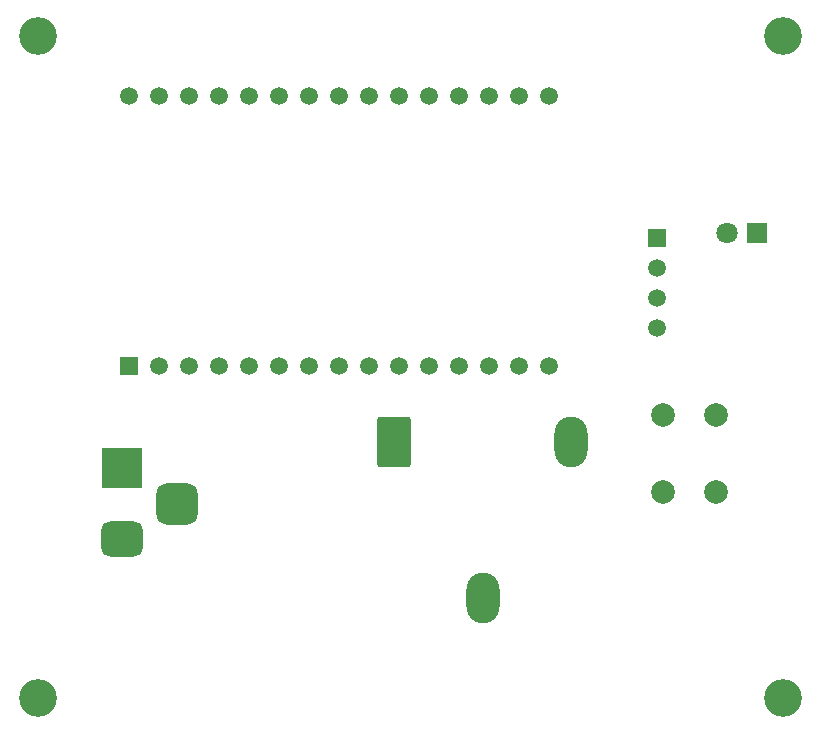
<source format=gbr>
%TF.GenerationSoftware,KiCad,Pcbnew,9.0.2*%
%TF.CreationDate,2025-08-02T19:20:04+02:00*%
%TF.ProjectId,Smart Exhaust Control,536d6172-7420-4457-9868-617573742043,rev?*%
%TF.SameCoordinates,Original*%
%TF.FileFunction,Soldermask,Bot*%
%TF.FilePolarity,Negative*%
%FSLAX46Y46*%
G04 Gerber Fmt 4.6, Leading zero omitted, Abs format (unit mm)*
G04 Created by KiCad (PCBNEW 9.0.2) date 2025-08-02 19:20:04*
%MOMM*%
%LPD*%
G01*
G04 APERTURE LIST*
G04 Aperture macros list*
%AMRoundRect*
0 Rectangle with rounded corners*
0 $1 Rounding radius*
0 $2 $3 $4 $5 $6 $7 $8 $9 X,Y pos of 4 corners*
0 Add a 4 corners polygon primitive as box body*
4,1,4,$2,$3,$4,$5,$6,$7,$8,$9,$2,$3,0*
0 Add four circle primitives for the rounded corners*
1,1,$1+$1,$2,$3*
1,1,$1+$1,$4,$5*
1,1,$1+$1,$6,$7*
1,1,$1+$1,$8,$9*
0 Add four rect primitives between the rounded corners*
20,1,$1+$1,$2,$3,$4,$5,0*
20,1,$1+$1,$4,$5,$6,$7,0*
20,1,$1+$1,$6,$7,$8,$9,0*
20,1,$1+$1,$8,$9,$2,$3,0*%
G04 Aperture macros list end*
%ADD10R,3.500000X3.500000*%
%ADD11RoundRect,0.750000X1.000000X-0.750000X1.000000X0.750000X-1.000000X0.750000X-1.000000X-0.750000X0*%
%ADD12RoundRect,0.875000X0.875000X-0.875000X0.875000X0.875000X-0.875000X0.875000X-0.875000X-0.875000X0*%
%ADD13C,2.000000*%
%ADD14C,3.200000*%
%ADD15R,1.800000X1.800000*%
%ADD16C,1.800000*%
%ADD17R,1.500000X1.500000*%
%ADD18C,1.500000*%
%ADD19RoundRect,0.250001X-1.149999X-1.899999X1.149999X-1.899999X1.149999X1.899999X-1.149999X1.899999X0*%
%ADD20O,2.800000X4.300000*%
G04 APERTURE END LIST*
D10*
%TO.C,J1*%
X85042500Y-71600000D03*
D11*
X85042500Y-77600000D03*
D12*
X89742500Y-74600000D03*
%TD*%
D13*
%TO.C,SW1*%
X130850000Y-73550000D03*
X130850000Y-67050000D03*
X135350000Y-73550000D03*
X135350000Y-67050000D03*
%TD*%
D14*
%TO.C,H2*%
X78000000Y-35000000D03*
%TD*%
D15*
%TO.C,D1*%
X138800000Y-51700000D03*
D16*
X136260000Y-51700000D03*
%TD*%
D14*
%TO.C,H4*%
X78000000Y-91000000D03*
%TD*%
D17*
%TO.C,U1*%
X85705000Y-62930000D03*
D18*
X88245000Y-62930000D03*
X90785000Y-62930000D03*
X93325000Y-62930000D03*
X95865000Y-62930000D03*
X98405000Y-62930000D03*
X100945000Y-62930000D03*
X103485000Y-62930000D03*
X106025000Y-62930000D03*
X108565000Y-62930000D03*
X111105000Y-62930000D03*
X113645000Y-62930000D03*
X116185000Y-62930000D03*
X118725000Y-62930000D03*
X121265000Y-62930000D03*
X121265000Y-40070000D03*
X118725000Y-40070000D03*
X116185000Y-40070000D03*
X113645000Y-40070000D03*
X111105000Y-40070000D03*
X108565000Y-40070000D03*
X106025000Y-40070000D03*
X103485000Y-40070000D03*
X100945000Y-40070000D03*
X98405000Y-40070000D03*
X95865000Y-40070000D03*
X93325000Y-40070000D03*
X90785000Y-40070000D03*
X88245000Y-40070000D03*
X85705000Y-40070000D03*
%TD*%
D17*
%TO.C,U2*%
X130400000Y-52080000D03*
D18*
X130400000Y-54620000D03*
X130400000Y-57160000D03*
X130400000Y-59700000D03*
%TD*%
D14*
%TO.C,H3*%
X141000000Y-91000000D03*
%TD*%
D19*
%TO.C,M1*%
X108100000Y-69400000D03*
D20*
X115600000Y-82600000D03*
X123100000Y-69400000D03*
%TD*%
D14*
%TO.C,H1*%
X141000000Y-35000000D03*
%TD*%
M02*

</source>
